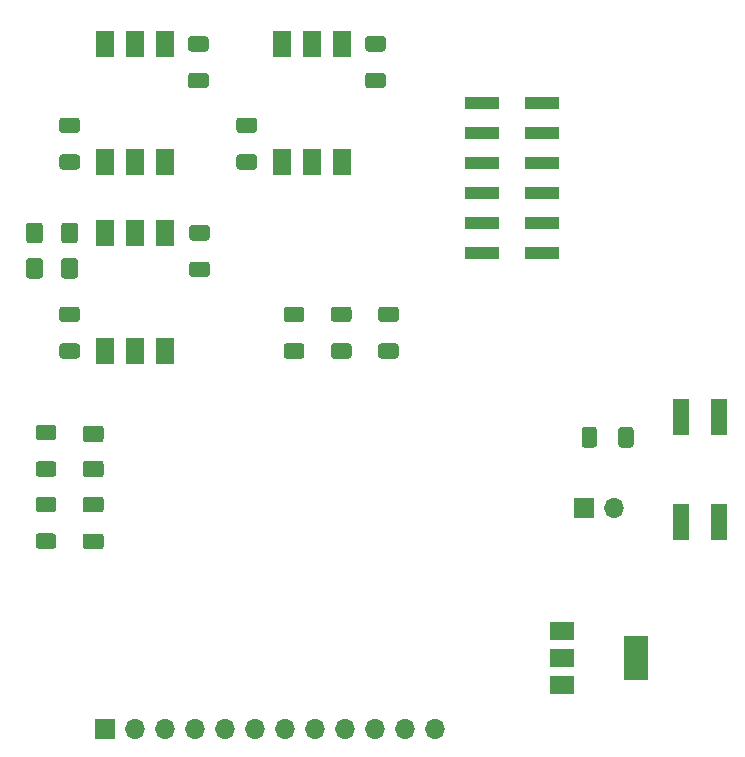
<source format=gbr>
%TF.GenerationSoftware,KiCad,Pcbnew,5.1.10*%
%TF.CreationDate,2021-09-26T09:29:56+10:00*%
%TF.ProjectId,pcb-sensor,7063622d-7365-46e7-936f-722e6b696361,rev?*%
%TF.SameCoordinates,Original*%
%TF.FileFunction,Soldermask,Top*%
%TF.FilePolarity,Negative*%
%FSLAX46Y46*%
G04 Gerber Fmt 4.6, Leading zero omitted, Abs format (unit mm)*
G04 Created by KiCad (PCBNEW 5.1.10) date 2021-09-26 09:29:56*
%MOMM*%
%LPD*%
G01*
G04 APERTURE LIST*
%ADD10R,1.500000X2.300000*%
%ADD11R,2.000000X1.500000*%
%ADD12R,2.000000X3.800000*%
%ADD13O,1.700000X1.700000*%
%ADD14R,1.700000X1.700000*%
%ADD15R,1.400000X3.100000*%
%ADD16R,3.000000X1.000000*%
G04 APERTURE END LIST*
D10*
%TO.C,U2*%
X136000000Y-64000000D03*
X138540000Y-64000000D03*
X141080000Y-64000000D03*
X141080000Y-74000000D03*
X138540000Y-74000000D03*
X136000000Y-74000000D03*
%TD*%
%TO.C,U4*%
X136000000Y-80000000D03*
X138540000Y-80000000D03*
X141080000Y-80000000D03*
X141080000Y-90000000D03*
X138540000Y-90000000D03*
X136000000Y-90000000D03*
%TD*%
%TO.C,U3*%
X151000000Y-64000000D03*
X153540000Y-64000000D03*
X156080000Y-64000000D03*
X156080000Y-74000000D03*
X153540000Y-74000000D03*
X151000000Y-74000000D03*
%TD*%
D11*
%TO.C,U1*%
X174700000Y-113700000D03*
X174700000Y-118300000D03*
X174700000Y-116000000D03*
D12*
X181000000Y-116000000D03*
%TD*%
D13*
%TO.C,J3*%
X179100000Y-103300000D03*
D14*
X176560000Y-103300000D03*
%TD*%
%TO.C,D3*%
G36*
G01*
X134375000Y-99287500D02*
X135625000Y-99287500D01*
G75*
G02*
X135875000Y-99537500I0J-250000D01*
G01*
X135875000Y-100462500D01*
G75*
G02*
X135625000Y-100712500I-250000J0D01*
G01*
X134375000Y-100712500D01*
G75*
G02*
X134125000Y-100462500I0J250000D01*
G01*
X134125000Y-99537500D01*
G75*
G02*
X134375000Y-99287500I250000J0D01*
G01*
G37*
G36*
G01*
X134375000Y-96312500D02*
X135625000Y-96312500D01*
G75*
G02*
X135875000Y-96562500I0J-250000D01*
G01*
X135875000Y-97487500D01*
G75*
G02*
X135625000Y-97737500I-250000J0D01*
G01*
X134375000Y-97737500D01*
G75*
G02*
X134125000Y-97487500I0J250000D01*
G01*
X134125000Y-96562500D01*
G75*
G02*
X134375000Y-96312500I250000J0D01*
G01*
G37*
%TD*%
D13*
%TO.C,J2*%
X163940000Y-122000000D03*
X161400000Y-122000000D03*
X158860000Y-122000000D03*
X156320000Y-122000000D03*
X153780000Y-122000000D03*
X151240000Y-122000000D03*
X148700000Y-122000000D03*
X146160000Y-122000000D03*
X143620000Y-122000000D03*
X141080000Y-122000000D03*
X138540000Y-122000000D03*
D14*
X136000000Y-122000000D03*
%TD*%
D15*
%TO.C,U5*%
X184800000Y-95550000D03*
X188000000Y-95550000D03*
X188000000Y-104450000D03*
X184800000Y-104450000D03*
%TD*%
%TO.C,R12*%
G36*
G01*
X179450000Y-97925000D02*
X179450000Y-96675000D01*
G75*
G02*
X179700000Y-96425000I250000J0D01*
G01*
X180500000Y-96425000D01*
G75*
G02*
X180750000Y-96675000I0J-250000D01*
G01*
X180750000Y-97925000D01*
G75*
G02*
X180500000Y-98175000I-250000J0D01*
G01*
X179700000Y-98175000D01*
G75*
G02*
X179450000Y-97925000I0J250000D01*
G01*
G37*
G36*
G01*
X176350000Y-97925000D02*
X176350000Y-96675000D01*
G75*
G02*
X176600000Y-96425000I250000J0D01*
G01*
X177400000Y-96425000D01*
G75*
G02*
X177650000Y-96675000I0J-250000D01*
G01*
X177650000Y-97925000D01*
G75*
G02*
X177400000Y-98175000I-250000J0D01*
G01*
X176600000Y-98175000D01*
G75*
G02*
X176350000Y-97925000I0J250000D01*
G01*
G37*
%TD*%
%TO.C,R11*%
G36*
G01*
X159375000Y-89350000D02*
X160625000Y-89350000D01*
G75*
G02*
X160875000Y-89600000I0J-250000D01*
G01*
X160875000Y-90400000D01*
G75*
G02*
X160625000Y-90650000I-250000J0D01*
G01*
X159375000Y-90650000D01*
G75*
G02*
X159125000Y-90400000I0J250000D01*
G01*
X159125000Y-89600000D01*
G75*
G02*
X159375000Y-89350000I250000J0D01*
G01*
G37*
G36*
G01*
X159375000Y-86250000D02*
X160625000Y-86250000D01*
G75*
G02*
X160875000Y-86500000I0J-250000D01*
G01*
X160875000Y-87300000D01*
G75*
G02*
X160625000Y-87550000I-250000J0D01*
G01*
X159375000Y-87550000D01*
G75*
G02*
X159125000Y-87300000I0J250000D01*
G01*
X159125000Y-86500000D01*
G75*
G02*
X159375000Y-86250000I250000J0D01*
G01*
G37*
%TD*%
%TO.C,R10*%
G36*
G01*
X144625000Y-80650000D02*
X143375000Y-80650000D01*
G75*
G02*
X143125000Y-80400000I0J250000D01*
G01*
X143125000Y-79600000D01*
G75*
G02*
X143375000Y-79350000I250000J0D01*
G01*
X144625000Y-79350000D01*
G75*
G02*
X144875000Y-79600000I0J-250000D01*
G01*
X144875000Y-80400000D01*
G75*
G02*
X144625000Y-80650000I-250000J0D01*
G01*
G37*
G36*
G01*
X144625000Y-83750000D02*
X143375000Y-83750000D01*
G75*
G02*
X143125000Y-83500000I0J250000D01*
G01*
X143125000Y-82700000D01*
G75*
G02*
X143375000Y-82450000I250000J0D01*
G01*
X144625000Y-82450000D01*
G75*
G02*
X144875000Y-82700000I0J-250000D01*
G01*
X144875000Y-83500000D01*
G75*
G02*
X144625000Y-83750000I-250000J0D01*
G01*
G37*
%TD*%
%TO.C,R9*%
G36*
G01*
X159525000Y-64650000D02*
X158275000Y-64650000D01*
G75*
G02*
X158025000Y-64400000I0J250000D01*
G01*
X158025000Y-63600000D01*
G75*
G02*
X158275000Y-63350000I250000J0D01*
G01*
X159525000Y-63350000D01*
G75*
G02*
X159775000Y-63600000I0J-250000D01*
G01*
X159775000Y-64400000D01*
G75*
G02*
X159525000Y-64650000I-250000J0D01*
G01*
G37*
G36*
G01*
X159525000Y-67750000D02*
X158275000Y-67750000D01*
G75*
G02*
X158025000Y-67500000I0J250000D01*
G01*
X158025000Y-66700000D01*
G75*
G02*
X158275000Y-66450000I250000J0D01*
G01*
X159525000Y-66450000D01*
G75*
G02*
X159775000Y-66700000I0J-250000D01*
G01*
X159775000Y-67500000D01*
G75*
G02*
X159525000Y-67750000I-250000J0D01*
G01*
G37*
%TD*%
%TO.C,R8*%
G36*
G01*
X144525000Y-64650000D02*
X143275000Y-64650000D01*
G75*
G02*
X143025000Y-64400000I0J250000D01*
G01*
X143025000Y-63600000D01*
G75*
G02*
X143275000Y-63350000I250000J0D01*
G01*
X144525000Y-63350000D01*
G75*
G02*
X144775000Y-63600000I0J-250000D01*
G01*
X144775000Y-64400000D01*
G75*
G02*
X144525000Y-64650000I-250000J0D01*
G01*
G37*
G36*
G01*
X144525000Y-67750000D02*
X143275000Y-67750000D01*
G75*
G02*
X143025000Y-67500000I0J250000D01*
G01*
X143025000Y-66700000D01*
G75*
G02*
X143275000Y-66450000I250000J0D01*
G01*
X144525000Y-66450000D01*
G75*
G02*
X144775000Y-66700000I0J-250000D01*
G01*
X144775000Y-67500000D01*
G75*
G02*
X144525000Y-67750000I-250000J0D01*
G01*
G37*
%TD*%
%TO.C,R7*%
G36*
G01*
X147375000Y-73350000D02*
X148625000Y-73350000D01*
G75*
G02*
X148875000Y-73600000I0J-250000D01*
G01*
X148875000Y-74400000D01*
G75*
G02*
X148625000Y-74650000I-250000J0D01*
G01*
X147375000Y-74650000D01*
G75*
G02*
X147125000Y-74400000I0J250000D01*
G01*
X147125000Y-73600000D01*
G75*
G02*
X147375000Y-73350000I250000J0D01*
G01*
G37*
G36*
G01*
X147375000Y-70250000D02*
X148625000Y-70250000D01*
G75*
G02*
X148875000Y-70500000I0J-250000D01*
G01*
X148875000Y-71300000D01*
G75*
G02*
X148625000Y-71550000I-250000J0D01*
G01*
X147375000Y-71550000D01*
G75*
G02*
X147125000Y-71300000I0J250000D01*
G01*
X147125000Y-70500000D01*
G75*
G02*
X147375000Y-70250000I250000J0D01*
G01*
G37*
%TD*%
%TO.C,R4*%
G36*
G01*
X132375000Y-73350000D02*
X133625000Y-73350000D01*
G75*
G02*
X133875000Y-73600000I0J-250000D01*
G01*
X133875000Y-74400000D01*
G75*
G02*
X133625000Y-74650000I-250000J0D01*
G01*
X132375000Y-74650000D01*
G75*
G02*
X132125000Y-74400000I0J250000D01*
G01*
X132125000Y-73600000D01*
G75*
G02*
X132375000Y-73350000I250000J0D01*
G01*
G37*
G36*
G01*
X132375000Y-70250000D02*
X133625000Y-70250000D01*
G75*
G02*
X133875000Y-70500000I0J-250000D01*
G01*
X133875000Y-71300000D01*
G75*
G02*
X133625000Y-71550000I-250000J0D01*
G01*
X132375000Y-71550000D01*
G75*
G02*
X132125000Y-71300000I0J250000D01*
G01*
X132125000Y-70500000D01*
G75*
G02*
X132375000Y-70250000I250000J0D01*
G01*
G37*
%TD*%
%TO.C,R6*%
G36*
G01*
X130375000Y-105450000D02*
X131625000Y-105450000D01*
G75*
G02*
X131875000Y-105700000I0J-250000D01*
G01*
X131875000Y-106500000D01*
G75*
G02*
X131625000Y-106750000I-250000J0D01*
G01*
X130375000Y-106750000D01*
G75*
G02*
X130125000Y-106500000I0J250000D01*
G01*
X130125000Y-105700000D01*
G75*
G02*
X130375000Y-105450000I250000J0D01*
G01*
G37*
G36*
G01*
X130375000Y-102350000D02*
X131625000Y-102350000D01*
G75*
G02*
X131875000Y-102600000I0J-250000D01*
G01*
X131875000Y-103400000D01*
G75*
G02*
X131625000Y-103650000I-250000J0D01*
G01*
X130375000Y-103650000D01*
G75*
G02*
X130125000Y-103400000I0J250000D01*
G01*
X130125000Y-102600000D01*
G75*
G02*
X130375000Y-102350000I250000J0D01*
G01*
G37*
%TD*%
%TO.C,R5*%
G36*
G01*
X130375000Y-99350000D02*
X131625000Y-99350000D01*
G75*
G02*
X131875000Y-99600000I0J-250000D01*
G01*
X131875000Y-100400000D01*
G75*
G02*
X131625000Y-100650000I-250000J0D01*
G01*
X130375000Y-100650000D01*
G75*
G02*
X130125000Y-100400000I0J250000D01*
G01*
X130125000Y-99600000D01*
G75*
G02*
X130375000Y-99350000I250000J0D01*
G01*
G37*
G36*
G01*
X130375000Y-96250000D02*
X131625000Y-96250000D01*
G75*
G02*
X131875000Y-96500000I0J-250000D01*
G01*
X131875000Y-97300000D01*
G75*
G02*
X131625000Y-97550000I-250000J0D01*
G01*
X130375000Y-97550000D01*
G75*
G02*
X130125000Y-97300000I0J250000D01*
G01*
X130125000Y-96500000D01*
G75*
G02*
X130375000Y-96250000I250000J0D01*
G01*
G37*
%TD*%
%TO.C,C1*%
G36*
G01*
X134349999Y-105462500D02*
X135650001Y-105462500D01*
G75*
G02*
X135900000Y-105712499I0J-249999D01*
G01*
X135900000Y-106537501D01*
G75*
G02*
X135650001Y-106787500I-249999J0D01*
G01*
X134349999Y-106787500D01*
G75*
G02*
X134100000Y-106537501I0J249999D01*
G01*
X134100000Y-105712499D01*
G75*
G02*
X134349999Y-105462500I249999J0D01*
G01*
G37*
G36*
G01*
X134349999Y-102337500D02*
X135650001Y-102337500D01*
G75*
G02*
X135900000Y-102587499I0J-249999D01*
G01*
X135900000Y-103412501D01*
G75*
G02*
X135650001Y-103662500I-249999J0D01*
G01*
X134349999Y-103662500D01*
G75*
G02*
X134100000Y-103412501I0J249999D01*
G01*
X134100000Y-102587499D01*
G75*
G02*
X134349999Y-102337500I249999J0D01*
G01*
G37*
%TD*%
%TO.C,R3*%
G36*
G01*
X151375000Y-89350000D02*
X152625000Y-89350000D01*
G75*
G02*
X152875000Y-89600000I0J-250000D01*
G01*
X152875000Y-90400000D01*
G75*
G02*
X152625000Y-90650000I-250000J0D01*
G01*
X151375000Y-90650000D01*
G75*
G02*
X151125000Y-90400000I0J250000D01*
G01*
X151125000Y-89600000D01*
G75*
G02*
X151375000Y-89350000I250000J0D01*
G01*
G37*
G36*
G01*
X151375000Y-86250000D02*
X152625000Y-86250000D01*
G75*
G02*
X152875000Y-86500000I0J-250000D01*
G01*
X152875000Y-87300000D01*
G75*
G02*
X152625000Y-87550000I-250000J0D01*
G01*
X151375000Y-87550000D01*
G75*
G02*
X151125000Y-87300000I0J250000D01*
G01*
X151125000Y-86500000D01*
G75*
G02*
X151375000Y-86250000I250000J0D01*
G01*
G37*
%TD*%
%TO.C,R2*%
G36*
G01*
X155375000Y-89350000D02*
X156625000Y-89350000D01*
G75*
G02*
X156875000Y-89600000I0J-250000D01*
G01*
X156875000Y-90400000D01*
G75*
G02*
X156625000Y-90650000I-250000J0D01*
G01*
X155375000Y-90650000D01*
G75*
G02*
X155125000Y-90400000I0J250000D01*
G01*
X155125000Y-89600000D01*
G75*
G02*
X155375000Y-89350000I250000J0D01*
G01*
G37*
G36*
G01*
X155375000Y-86250000D02*
X156625000Y-86250000D01*
G75*
G02*
X156875000Y-86500000I0J-250000D01*
G01*
X156875000Y-87300000D01*
G75*
G02*
X156625000Y-87550000I-250000J0D01*
G01*
X155375000Y-87550000D01*
G75*
G02*
X155125000Y-87300000I0J250000D01*
G01*
X155125000Y-86500000D01*
G75*
G02*
X155375000Y-86250000I250000J0D01*
G01*
G37*
%TD*%
%TO.C,R1*%
G36*
G01*
X132375000Y-89350000D02*
X133625000Y-89350000D01*
G75*
G02*
X133875000Y-89600000I0J-250000D01*
G01*
X133875000Y-90400000D01*
G75*
G02*
X133625000Y-90650000I-250000J0D01*
G01*
X132375000Y-90650000D01*
G75*
G02*
X132125000Y-90400000I0J250000D01*
G01*
X132125000Y-89600000D01*
G75*
G02*
X132375000Y-89350000I250000J0D01*
G01*
G37*
G36*
G01*
X132375000Y-86250000D02*
X133625000Y-86250000D01*
G75*
G02*
X133875000Y-86500000I0J-250000D01*
G01*
X133875000Y-87300000D01*
G75*
G02*
X133625000Y-87550000I-250000J0D01*
G01*
X132375000Y-87550000D01*
G75*
G02*
X132125000Y-87300000I0J250000D01*
G01*
X132125000Y-86500000D01*
G75*
G02*
X132375000Y-86250000I250000J0D01*
G01*
G37*
%TD*%
%TO.C,D2*%
G36*
G01*
X130737500Y-79375000D02*
X130737500Y-80625000D01*
G75*
G02*
X130487500Y-80875000I-250000J0D01*
G01*
X129562500Y-80875000D01*
G75*
G02*
X129312500Y-80625000I0J250000D01*
G01*
X129312500Y-79375000D01*
G75*
G02*
X129562500Y-79125000I250000J0D01*
G01*
X130487500Y-79125000D01*
G75*
G02*
X130737500Y-79375000I0J-250000D01*
G01*
G37*
G36*
G01*
X133712500Y-79375000D02*
X133712500Y-80625000D01*
G75*
G02*
X133462500Y-80875000I-250000J0D01*
G01*
X132537500Y-80875000D01*
G75*
G02*
X132287500Y-80625000I0J250000D01*
G01*
X132287500Y-79375000D01*
G75*
G02*
X132537500Y-79125000I250000J0D01*
G01*
X133462500Y-79125000D01*
G75*
G02*
X133712500Y-79375000I0J-250000D01*
G01*
G37*
%TD*%
%TO.C,D1*%
G36*
G01*
X130737500Y-82375000D02*
X130737500Y-83625000D01*
G75*
G02*
X130487500Y-83875000I-250000J0D01*
G01*
X129562500Y-83875000D01*
G75*
G02*
X129312500Y-83625000I0J250000D01*
G01*
X129312500Y-82375000D01*
G75*
G02*
X129562500Y-82125000I250000J0D01*
G01*
X130487500Y-82125000D01*
G75*
G02*
X130737500Y-82375000I0J-250000D01*
G01*
G37*
G36*
G01*
X133712500Y-82375000D02*
X133712500Y-83625000D01*
G75*
G02*
X133462500Y-83875000I-250000J0D01*
G01*
X132537500Y-83875000D01*
G75*
G02*
X132287500Y-83625000I0J250000D01*
G01*
X132287500Y-82375000D01*
G75*
G02*
X132537500Y-82125000I250000J0D01*
G01*
X133462500Y-82125000D01*
G75*
G02*
X133712500Y-82375000I0J-250000D01*
G01*
G37*
%TD*%
D16*
%TO.C,J1*%
X167955000Y-81700000D03*
X172995000Y-81700000D03*
X167955000Y-79160000D03*
X172995000Y-79160000D03*
X167955000Y-76620000D03*
X172995000Y-76620000D03*
X167955000Y-74080000D03*
X172995000Y-74080000D03*
X167955000Y-71540000D03*
X172995000Y-71540000D03*
X167955000Y-69000000D03*
X172995000Y-69000000D03*
%TD*%
M02*

</source>
